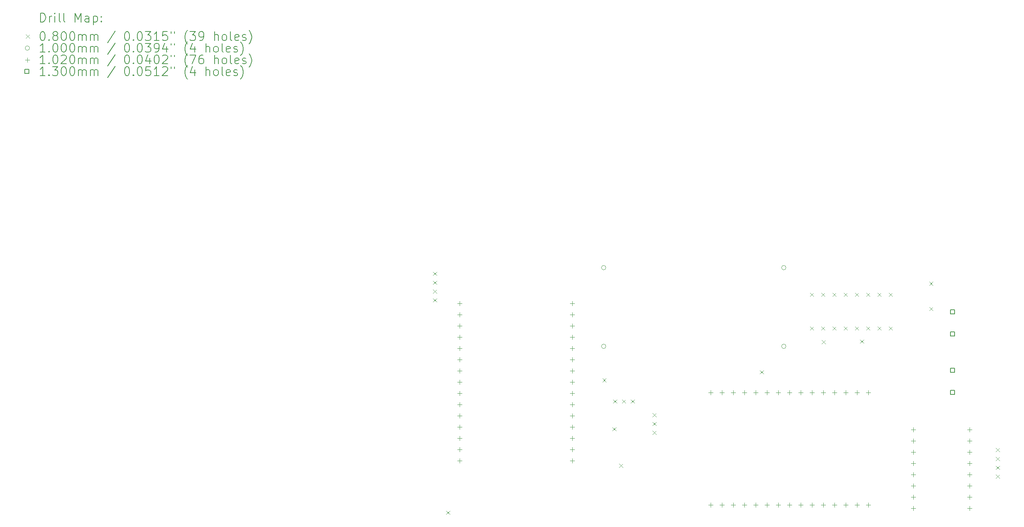
<source format=gbr>
%TF.GenerationSoftware,KiCad,Pcbnew,7.0.1*%
%TF.CreationDate,2023-05-04T11:19:08-05:00*%
%TF.ProjectId,V1,56312e6b-6963-4616-945f-706362585858,rev?*%
%TF.SameCoordinates,Original*%
%TF.FileFunction,Drillmap*%
%TF.FilePolarity,Positive*%
%FSLAX45Y45*%
G04 Gerber Fmt 4.5, Leading zero omitted, Abs format (unit mm)*
G04 Created by KiCad (PCBNEW 7.0.1) date 2023-05-04 11:19:08*
%MOMM*%
%LPD*%
G01*
G04 APERTURE LIST*
%ADD10C,0.200000*%
%ADD11C,0.080000*%
%ADD12C,0.100000*%
%ADD13C,0.102000*%
%ADD14C,0.130000*%
G04 APERTURE END LIST*
D10*
D11*
X9104000Y-5964000D02*
X9184000Y-6044000D01*
X9184000Y-5964000D02*
X9104000Y-6044000D01*
X9104000Y-6164000D02*
X9184000Y-6244000D01*
X9184000Y-6164000D02*
X9104000Y-6244000D01*
X9104000Y-6364000D02*
X9184000Y-6444000D01*
X9184000Y-6364000D02*
X9104000Y-6444000D01*
X9104000Y-6564000D02*
X9184000Y-6644000D01*
X9184000Y-6564000D02*
X9104000Y-6644000D01*
X9401180Y-11362060D02*
X9481180Y-11442060D01*
X9481180Y-11362060D02*
X9401180Y-11442060D01*
X12929240Y-8372480D02*
X13009240Y-8452480D01*
X13009240Y-8372480D02*
X12929240Y-8452480D01*
X13152760Y-9474840D02*
X13232760Y-9554840D01*
X13232760Y-9474840D02*
X13152760Y-9554840D01*
X13168000Y-8850000D02*
X13248000Y-8930000D01*
X13248000Y-8850000D02*
X13168000Y-8930000D01*
X13305160Y-10302880D02*
X13385160Y-10382880D01*
X13385160Y-10302880D02*
X13305160Y-10382880D01*
X13368000Y-8850000D02*
X13448000Y-8930000D01*
X13448000Y-8850000D02*
X13368000Y-8930000D01*
X13568000Y-8850000D02*
X13648000Y-8930000D01*
X13648000Y-8850000D02*
X13568000Y-8930000D01*
X14057000Y-9158000D02*
X14137000Y-9238000D01*
X14137000Y-9158000D02*
X14057000Y-9238000D01*
X14057000Y-9358000D02*
X14137000Y-9438000D01*
X14137000Y-9358000D02*
X14057000Y-9438000D01*
X14057000Y-9558000D02*
X14137000Y-9638000D01*
X14137000Y-9558000D02*
X14057000Y-9638000D01*
X16480160Y-8189600D02*
X16560160Y-8269600D01*
X16560160Y-8189600D02*
X16480160Y-8269600D01*
X17611500Y-6438000D02*
X17691500Y-6518000D01*
X17691500Y-6438000D02*
X17611500Y-6518000D01*
X17611500Y-7200000D02*
X17691500Y-7280000D01*
X17691500Y-7200000D02*
X17611500Y-7280000D01*
X17865500Y-6438000D02*
X17945500Y-6518000D01*
X17945500Y-6438000D02*
X17865500Y-6518000D01*
X17865500Y-7200000D02*
X17945500Y-7280000D01*
X17945500Y-7200000D02*
X17865500Y-7280000D01*
X17877160Y-7508880D02*
X17957160Y-7588880D01*
X17957160Y-7508880D02*
X17877160Y-7588880D01*
X18119500Y-6438000D02*
X18199500Y-6518000D01*
X18199500Y-6438000D02*
X18119500Y-6518000D01*
X18119500Y-7200000D02*
X18199500Y-7280000D01*
X18199500Y-7200000D02*
X18119500Y-7280000D01*
X18373500Y-6438000D02*
X18453500Y-6518000D01*
X18453500Y-6438000D02*
X18373500Y-6518000D01*
X18373500Y-7200000D02*
X18453500Y-7280000D01*
X18453500Y-7200000D02*
X18373500Y-7280000D01*
X18627500Y-6438000D02*
X18707500Y-6518000D01*
X18707500Y-6438000D02*
X18627500Y-6518000D01*
X18627500Y-7200000D02*
X18707500Y-7280000D01*
X18707500Y-7200000D02*
X18627500Y-7280000D01*
X18740760Y-7493640D02*
X18820760Y-7573640D01*
X18820760Y-7493640D02*
X18740760Y-7573640D01*
X18881500Y-6438000D02*
X18961500Y-6518000D01*
X18961500Y-6438000D02*
X18881500Y-6518000D01*
X18881500Y-7200000D02*
X18961500Y-7280000D01*
X18961500Y-7200000D02*
X18881500Y-7280000D01*
X19135500Y-6438000D02*
X19215500Y-6518000D01*
X19215500Y-6438000D02*
X19135500Y-6518000D01*
X19135500Y-7200000D02*
X19215500Y-7280000D01*
X19215500Y-7200000D02*
X19135500Y-7280000D01*
X19389500Y-6438000D02*
X19469500Y-6518000D01*
X19469500Y-6438000D02*
X19389500Y-6518000D01*
X19389500Y-7200000D02*
X19469500Y-7280000D01*
X19469500Y-7200000D02*
X19389500Y-7280000D01*
X20300320Y-6188080D02*
X20380320Y-6268080D01*
X20380320Y-6188080D02*
X20300320Y-6268080D01*
X20300320Y-6757040D02*
X20380320Y-6837040D01*
X20380320Y-6757040D02*
X20300320Y-6837040D01*
X21804000Y-9947000D02*
X21884000Y-10027000D01*
X21884000Y-9947000D02*
X21804000Y-10027000D01*
X21804000Y-10147000D02*
X21884000Y-10227000D01*
X21884000Y-10147000D02*
X21804000Y-10227000D01*
X21804000Y-10347000D02*
X21884000Y-10427000D01*
X21884000Y-10347000D02*
X21804000Y-10427000D01*
X21804000Y-10547000D02*
X21884000Y-10627000D01*
X21884000Y-10547000D02*
X21804000Y-10627000D01*
D12*
X13004000Y-5867400D02*
G75*
G03*
X13004000Y-5867400I-50000J0D01*
G01*
X13004000Y-7645400D02*
G75*
G03*
X13004000Y-7645400I-50000J0D01*
G01*
X17068000Y-5867400D02*
G75*
G03*
X17068000Y-5867400I-50000J0D01*
G01*
X17068000Y-7645400D02*
G75*
G03*
X17068000Y-7645400I-50000J0D01*
G01*
D13*
X9702800Y-6627100D02*
X9702800Y-6729100D01*
X9651800Y-6678100D02*
X9753800Y-6678100D01*
X9702800Y-6881100D02*
X9702800Y-6983100D01*
X9651800Y-6932100D02*
X9753800Y-6932100D01*
X9702800Y-7135100D02*
X9702800Y-7237100D01*
X9651800Y-7186100D02*
X9753800Y-7186100D01*
X9702800Y-7389100D02*
X9702800Y-7491100D01*
X9651800Y-7440100D02*
X9753800Y-7440100D01*
X9702800Y-7643100D02*
X9702800Y-7745100D01*
X9651800Y-7694100D02*
X9753800Y-7694100D01*
X9702800Y-7897100D02*
X9702800Y-7999100D01*
X9651800Y-7948100D02*
X9753800Y-7948100D01*
X9702800Y-8151100D02*
X9702800Y-8253100D01*
X9651800Y-8202100D02*
X9753800Y-8202100D01*
X9702800Y-8405100D02*
X9702800Y-8507100D01*
X9651800Y-8456100D02*
X9753800Y-8456100D01*
X9702800Y-8659100D02*
X9702800Y-8761100D01*
X9651800Y-8710100D02*
X9753800Y-8710100D01*
X9702800Y-8913100D02*
X9702800Y-9015100D01*
X9651800Y-8964100D02*
X9753800Y-8964100D01*
X9702800Y-9167100D02*
X9702800Y-9269100D01*
X9651800Y-9218100D02*
X9753800Y-9218100D01*
X9702800Y-9421100D02*
X9702800Y-9523100D01*
X9651800Y-9472100D02*
X9753800Y-9472100D01*
X9702800Y-9675100D02*
X9702800Y-9777100D01*
X9651800Y-9726100D02*
X9753800Y-9726100D01*
X9702800Y-9929100D02*
X9702800Y-10031100D01*
X9651800Y-9980100D02*
X9753800Y-9980100D01*
X9702800Y-10183100D02*
X9702800Y-10285100D01*
X9651800Y-10234100D02*
X9753800Y-10234100D01*
X12242800Y-6627100D02*
X12242800Y-6729100D01*
X12191800Y-6678100D02*
X12293800Y-6678100D01*
X12242800Y-6881100D02*
X12242800Y-6983100D01*
X12191800Y-6932100D02*
X12293800Y-6932100D01*
X12242800Y-7135100D02*
X12242800Y-7237100D01*
X12191800Y-7186100D02*
X12293800Y-7186100D01*
X12242800Y-7389100D02*
X12242800Y-7491100D01*
X12191800Y-7440100D02*
X12293800Y-7440100D01*
X12242800Y-7643100D02*
X12242800Y-7745100D01*
X12191800Y-7694100D02*
X12293800Y-7694100D01*
X12242800Y-7897100D02*
X12242800Y-7999100D01*
X12191800Y-7948100D02*
X12293800Y-7948100D01*
X12242800Y-8151100D02*
X12242800Y-8253100D01*
X12191800Y-8202100D02*
X12293800Y-8202100D01*
X12242800Y-8405100D02*
X12242800Y-8507100D01*
X12191800Y-8456100D02*
X12293800Y-8456100D01*
X12242800Y-8659100D02*
X12242800Y-8761100D01*
X12191800Y-8710100D02*
X12293800Y-8710100D01*
X12242800Y-8913100D02*
X12242800Y-9015100D01*
X12191800Y-8964100D02*
X12293800Y-8964100D01*
X12242800Y-9167100D02*
X12242800Y-9269100D01*
X12191800Y-9218100D02*
X12293800Y-9218100D01*
X12242800Y-9421100D02*
X12242800Y-9523100D01*
X12191800Y-9472100D02*
X12293800Y-9472100D01*
X12242800Y-9675100D02*
X12242800Y-9777100D01*
X12191800Y-9726100D02*
X12293800Y-9726100D01*
X12242800Y-9929100D02*
X12242800Y-10031100D01*
X12191800Y-9980100D02*
X12293800Y-9980100D01*
X12242800Y-10183100D02*
X12242800Y-10285100D01*
X12191800Y-10234100D02*
X12293800Y-10234100D01*
X15364500Y-8641000D02*
X15364500Y-8743000D01*
X15313500Y-8692000D02*
X15415500Y-8692000D01*
X15364500Y-11181000D02*
X15364500Y-11283000D01*
X15313500Y-11232000D02*
X15415500Y-11232000D01*
X15618500Y-8641000D02*
X15618500Y-8743000D01*
X15567500Y-8692000D02*
X15669500Y-8692000D01*
X15618500Y-11181000D02*
X15618500Y-11283000D01*
X15567500Y-11232000D02*
X15669500Y-11232000D01*
X15872500Y-8641000D02*
X15872500Y-8743000D01*
X15821500Y-8692000D02*
X15923500Y-8692000D01*
X15872500Y-11181000D02*
X15872500Y-11283000D01*
X15821500Y-11232000D02*
X15923500Y-11232000D01*
X16126500Y-8641000D02*
X16126500Y-8743000D01*
X16075500Y-8692000D02*
X16177500Y-8692000D01*
X16126500Y-11181000D02*
X16126500Y-11283000D01*
X16075500Y-11232000D02*
X16177500Y-11232000D01*
X16380500Y-8641000D02*
X16380500Y-8743000D01*
X16329500Y-8692000D02*
X16431500Y-8692000D01*
X16380500Y-11181000D02*
X16380500Y-11283000D01*
X16329500Y-11232000D02*
X16431500Y-11232000D01*
X16634500Y-8641000D02*
X16634500Y-8743000D01*
X16583500Y-8692000D02*
X16685500Y-8692000D01*
X16634500Y-11181000D02*
X16634500Y-11283000D01*
X16583500Y-11232000D02*
X16685500Y-11232000D01*
X16888500Y-8641000D02*
X16888500Y-8743000D01*
X16837500Y-8692000D02*
X16939500Y-8692000D01*
X16888500Y-11181000D02*
X16888500Y-11283000D01*
X16837500Y-11232000D02*
X16939500Y-11232000D01*
X17142500Y-8641000D02*
X17142500Y-8743000D01*
X17091500Y-8692000D02*
X17193500Y-8692000D01*
X17142500Y-11181000D02*
X17142500Y-11283000D01*
X17091500Y-11232000D02*
X17193500Y-11232000D01*
X17396500Y-8641000D02*
X17396500Y-8743000D01*
X17345500Y-8692000D02*
X17447500Y-8692000D01*
X17396500Y-11181000D02*
X17396500Y-11283000D01*
X17345500Y-11232000D02*
X17447500Y-11232000D01*
X17650500Y-8641000D02*
X17650500Y-8743000D01*
X17599500Y-8692000D02*
X17701500Y-8692000D01*
X17650500Y-11181000D02*
X17650500Y-11283000D01*
X17599500Y-11232000D02*
X17701500Y-11232000D01*
X17904500Y-8641000D02*
X17904500Y-8743000D01*
X17853500Y-8692000D02*
X17955500Y-8692000D01*
X17904500Y-11181000D02*
X17904500Y-11283000D01*
X17853500Y-11232000D02*
X17955500Y-11232000D01*
X18158500Y-8641000D02*
X18158500Y-8743000D01*
X18107500Y-8692000D02*
X18209500Y-8692000D01*
X18158500Y-11181000D02*
X18158500Y-11283000D01*
X18107500Y-11232000D02*
X18209500Y-11232000D01*
X18412500Y-8641000D02*
X18412500Y-8743000D01*
X18361500Y-8692000D02*
X18463500Y-8692000D01*
X18412500Y-11181000D02*
X18412500Y-11283000D01*
X18361500Y-11232000D02*
X18463500Y-11232000D01*
X18666500Y-8641000D02*
X18666500Y-8743000D01*
X18615500Y-8692000D02*
X18717500Y-8692000D01*
X18666500Y-11181000D02*
X18666500Y-11283000D01*
X18615500Y-11232000D02*
X18717500Y-11232000D01*
X18920500Y-8641000D02*
X18920500Y-8743000D01*
X18869500Y-8692000D02*
X18971500Y-8692000D01*
X18920500Y-11181000D02*
X18920500Y-11283000D01*
X18869500Y-11232000D02*
X18971500Y-11232000D01*
X19939000Y-9474000D02*
X19939000Y-9576000D01*
X19888000Y-9525000D02*
X19990000Y-9525000D01*
X19939000Y-9728000D02*
X19939000Y-9830000D01*
X19888000Y-9779000D02*
X19990000Y-9779000D01*
X19939000Y-9982000D02*
X19939000Y-10084000D01*
X19888000Y-10033000D02*
X19990000Y-10033000D01*
X19939000Y-10236000D02*
X19939000Y-10338000D01*
X19888000Y-10287000D02*
X19990000Y-10287000D01*
X19939000Y-10490000D02*
X19939000Y-10592000D01*
X19888000Y-10541000D02*
X19990000Y-10541000D01*
X19939000Y-10744000D02*
X19939000Y-10846000D01*
X19888000Y-10795000D02*
X19990000Y-10795000D01*
X19939000Y-10998000D02*
X19939000Y-11100000D01*
X19888000Y-11049000D02*
X19990000Y-11049000D01*
X19939000Y-11252000D02*
X19939000Y-11354000D01*
X19888000Y-11303000D02*
X19990000Y-11303000D01*
X21209000Y-9474000D02*
X21209000Y-9576000D01*
X21158000Y-9525000D02*
X21260000Y-9525000D01*
X21209000Y-9728000D02*
X21209000Y-9830000D01*
X21158000Y-9779000D02*
X21260000Y-9779000D01*
X21209000Y-9982000D02*
X21209000Y-10084000D01*
X21158000Y-10033000D02*
X21260000Y-10033000D01*
X21209000Y-10236000D02*
X21209000Y-10338000D01*
X21158000Y-10287000D02*
X21260000Y-10287000D01*
X21209000Y-10490000D02*
X21209000Y-10592000D01*
X21158000Y-10541000D02*
X21260000Y-10541000D01*
X21209000Y-10744000D02*
X21209000Y-10846000D01*
X21158000Y-10795000D02*
X21260000Y-10795000D01*
X21209000Y-10998000D02*
X21209000Y-11100000D01*
X21158000Y-11049000D02*
X21260000Y-11049000D01*
X21209000Y-11252000D02*
X21209000Y-11354000D01*
X21158000Y-11303000D02*
X21260000Y-11303000D01*
D14*
X20873962Y-6911962D02*
X20873962Y-6820038D01*
X20782038Y-6820038D01*
X20782038Y-6911962D01*
X20873962Y-6911962D01*
X20873962Y-7411962D02*
X20873962Y-7320038D01*
X20782038Y-7320038D01*
X20782038Y-7411962D01*
X20873962Y-7411962D01*
X20873962Y-8228762D02*
X20873962Y-8136838D01*
X20782038Y-8136838D01*
X20782038Y-8228762D01*
X20873962Y-8228762D01*
X20873962Y-8728762D02*
X20873962Y-8636838D01*
X20782038Y-8636838D01*
X20782038Y-8728762D01*
X20873962Y-8728762D01*
D10*
X247619Y-312524D02*
X247619Y-112524D01*
X247619Y-112524D02*
X295238Y-112524D01*
X295238Y-112524D02*
X323810Y-122048D01*
X323810Y-122048D02*
X342857Y-141095D01*
X342857Y-141095D02*
X352381Y-160143D01*
X352381Y-160143D02*
X361905Y-198238D01*
X361905Y-198238D02*
X361905Y-226809D01*
X361905Y-226809D02*
X352381Y-264905D01*
X352381Y-264905D02*
X342857Y-283952D01*
X342857Y-283952D02*
X323810Y-303000D01*
X323810Y-303000D02*
X295238Y-312524D01*
X295238Y-312524D02*
X247619Y-312524D01*
X447619Y-312524D02*
X447619Y-179190D01*
X447619Y-217286D02*
X457143Y-198238D01*
X457143Y-198238D02*
X466667Y-188714D01*
X466667Y-188714D02*
X485714Y-179190D01*
X485714Y-179190D02*
X504762Y-179190D01*
X571429Y-312524D02*
X571429Y-179190D01*
X571429Y-112524D02*
X561905Y-122048D01*
X561905Y-122048D02*
X571429Y-131571D01*
X571429Y-131571D02*
X580952Y-122048D01*
X580952Y-122048D02*
X571429Y-112524D01*
X571429Y-112524D02*
X571429Y-131571D01*
X695238Y-312524D02*
X676190Y-303000D01*
X676190Y-303000D02*
X666667Y-283952D01*
X666667Y-283952D02*
X666667Y-112524D01*
X800000Y-312524D02*
X780952Y-303000D01*
X780952Y-303000D02*
X771428Y-283952D01*
X771428Y-283952D02*
X771428Y-112524D01*
X1028571Y-312524D02*
X1028571Y-112524D01*
X1028571Y-112524D02*
X1095238Y-255381D01*
X1095238Y-255381D02*
X1161905Y-112524D01*
X1161905Y-112524D02*
X1161905Y-312524D01*
X1342857Y-312524D02*
X1342857Y-207762D01*
X1342857Y-207762D02*
X1333333Y-188714D01*
X1333333Y-188714D02*
X1314286Y-179190D01*
X1314286Y-179190D02*
X1276190Y-179190D01*
X1276190Y-179190D02*
X1257143Y-188714D01*
X1342857Y-303000D02*
X1323810Y-312524D01*
X1323810Y-312524D02*
X1276190Y-312524D01*
X1276190Y-312524D02*
X1257143Y-303000D01*
X1257143Y-303000D02*
X1247619Y-283952D01*
X1247619Y-283952D02*
X1247619Y-264905D01*
X1247619Y-264905D02*
X1257143Y-245857D01*
X1257143Y-245857D02*
X1276190Y-236333D01*
X1276190Y-236333D02*
X1323810Y-236333D01*
X1323810Y-236333D02*
X1342857Y-226809D01*
X1438095Y-179190D02*
X1438095Y-379190D01*
X1438095Y-188714D02*
X1457143Y-179190D01*
X1457143Y-179190D02*
X1495238Y-179190D01*
X1495238Y-179190D02*
X1514286Y-188714D01*
X1514286Y-188714D02*
X1523809Y-198238D01*
X1523809Y-198238D02*
X1533333Y-217286D01*
X1533333Y-217286D02*
X1533333Y-274429D01*
X1533333Y-274429D02*
X1523809Y-293476D01*
X1523809Y-293476D02*
X1514286Y-303000D01*
X1514286Y-303000D02*
X1495238Y-312524D01*
X1495238Y-312524D02*
X1457143Y-312524D01*
X1457143Y-312524D02*
X1438095Y-303000D01*
X1619048Y-293476D02*
X1628571Y-303000D01*
X1628571Y-303000D02*
X1619048Y-312524D01*
X1619048Y-312524D02*
X1609524Y-303000D01*
X1609524Y-303000D02*
X1619048Y-293476D01*
X1619048Y-293476D02*
X1619048Y-312524D01*
X1619048Y-188714D02*
X1628571Y-198238D01*
X1628571Y-198238D02*
X1619048Y-207762D01*
X1619048Y-207762D02*
X1609524Y-198238D01*
X1609524Y-198238D02*
X1619048Y-188714D01*
X1619048Y-188714D02*
X1619048Y-207762D01*
D11*
X-80000Y-600000D02*
X0Y-680000D01*
X0Y-600000D02*
X-80000Y-680000D01*
D10*
X285714Y-532524D02*
X304762Y-532524D01*
X304762Y-532524D02*
X323810Y-542048D01*
X323810Y-542048D02*
X333333Y-551571D01*
X333333Y-551571D02*
X342857Y-570619D01*
X342857Y-570619D02*
X352381Y-608714D01*
X352381Y-608714D02*
X352381Y-656333D01*
X352381Y-656333D02*
X342857Y-694429D01*
X342857Y-694429D02*
X333333Y-713476D01*
X333333Y-713476D02*
X323810Y-723000D01*
X323810Y-723000D02*
X304762Y-732524D01*
X304762Y-732524D02*
X285714Y-732524D01*
X285714Y-732524D02*
X266667Y-723000D01*
X266667Y-723000D02*
X257143Y-713476D01*
X257143Y-713476D02*
X247619Y-694429D01*
X247619Y-694429D02*
X238095Y-656333D01*
X238095Y-656333D02*
X238095Y-608714D01*
X238095Y-608714D02*
X247619Y-570619D01*
X247619Y-570619D02*
X257143Y-551571D01*
X257143Y-551571D02*
X266667Y-542048D01*
X266667Y-542048D02*
X285714Y-532524D01*
X438095Y-713476D02*
X447619Y-723000D01*
X447619Y-723000D02*
X438095Y-732524D01*
X438095Y-732524D02*
X428571Y-723000D01*
X428571Y-723000D02*
X438095Y-713476D01*
X438095Y-713476D02*
X438095Y-732524D01*
X561905Y-618238D02*
X542857Y-608714D01*
X542857Y-608714D02*
X533333Y-599190D01*
X533333Y-599190D02*
X523809Y-580143D01*
X523809Y-580143D02*
X523809Y-570619D01*
X523809Y-570619D02*
X533333Y-551571D01*
X533333Y-551571D02*
X542857Y-542048D01*
X542857Y-542048D02*
X561905Y-532524D01*
X561905Y-532524D02*
X600000Y-532524D01*
X600000Y-532524D02*
X619048Y-542048D01*
X619048Y-542048D02*
X628571Y-551571D01*
X628571Y-551571D02*
X638095Y-570619D01*
X638095Y-570619D02*
X638095Y-580143D01*
X638095Y-580143D02*
X628571Y-599190D01*
X628571Y-599190D02*
X619048Y-608714D01*
X619048Y-608714D02*
X600000Y-618238D01*
X600000Y-618238D02*
X561905Y-618238D01*
X561905Y-618238D02*
X542857Y-627762D01*
X542857Y-627762D02*
X533333Y-637286D01*
X533333Y-637286D02*
X523809Y-656333D01*
X523809Y-656333D02*
X523809Y-694429D01*
X523809Y-694429D02*
X533333Y-713476D01*
X533333Y-713476D02*
X542857Y-723000D01*
X542857Y-723000D02*
X561905Y-732524D01*
X561905Y-732524D02*
X600000Y-732524D01*
X600000Y-732524D02*
X619048Y-723000D01*
X619048Y-723000D02*
X628571Y-713476D01*
X628571Y-713476D02*
X638095Y-694429D01*
X638095Y-694429D02*
X638095Y-656333D01*
X638095Y-656333D02*
X628571Y-637286D01*
X628571Y-637286D02*
X619048Y-627762D01*
X619048Y-627762D02*
X600000Y-618238D01*
X761905Y-532524D02*
X780952Y-532524D01*
X780952Y-532524D02*
X800000Y-542048D01*
X800000Y-542048D02*
X809524Y-551571D01*
X809524Y-551571D02*
X819048Y-570619D01*
X819048Y-570619D02*
X828571Y-608714D01*
X828571Y-608714D02*
X828571Y-656333D01*
X828571Y-656333D02*
X819048Y-694429D01*
X819048Y-694429D02*
X809524Y-713476D01*
X809524Y-713476D02*
X800000Y-723000D01*
X800000Y-723000D02*
X780952Y-732524D01*
X780952Y-732524D02*
X761905Y-732524D01*
X761905Y-732524D02*
X742857Y-723000D01*
X742857Y-723000D02*
X733333Y-713476D01*
X733333Y-713476D02*
X723809Y-694429D01*
X723809Y-694429D02*
X714286Y-656333D01*
X714286Y-656333D02*
X714286Y-608714D01*
X714286Y-608714D02*
X723809Y-570619D01*
X723809Y-570619D02*
X733333Y-551571D01*
X733333Y-551571D02*
X742857Y-542048D01*
X742857Y-542048D02*
X761905Y-532524D01*
X952381Y-532524D02*
X971429Y-532524D01*
X971429Y-532524D02*
X990476Y-542048D01*
X990476Y-542048D02*
X1000000Y-551571D01*
X1000000Y-551571D02*
X1009524Y-570619D01*
X1009524Y-570619D02*
X1019048Y-608714D01*
X1019048Y-608714D02*
X1019048Y-656333D01*
X1019048Y-656333D02*
X1009524Y-694429D01*
X1009524Y-694429D02*
X1000000Y-713476D01*
X1000000Y-713476D02*
X990476Y-723000D01*
X990476Y-723000D02*
X971429Y-732524D01*
X971429Y-732524D02*
X952381Y-732524D01*
X952381Y-732524D02*
X933333Y-723000D01*
X933333Y-723000D02*
X923809Y-713476D01*
X923809Y-713476D02*
X914286Y-694429D01*
X914286Y-694429D02*
X904762Y-656333D01*
X904762Y-656333D02*
X904762Y-608714D01*
X904762Y-608714D02*
X914286Y-570619D01*
X914286Y-570619D02*
X923809Y-551571D01*
X923809Y-551571D02*
X933333Y-542048D01*
X933333Y-542048D02*
X952381Y-532524D01*
X1104762Y-732524D02*
X1104762Y-599190D01*
X1104762Y-618238D02*
X1114286Y-608714D01*
X1114286Y-608714D02*
X1133333Y-599190D01*
X1133333Y-599190D02*
X1161905Y-599190D01*
X1161905Y-599190D02*
X1180952Y-608714D01*
X1180952Y-608714D02*
X1190476Y-627762D01*
X1190476Y-627762D02*
X1190476Y-732524D01*
X1190476Y-627762D02*
X1200000Y-608714D01*
X1200000Y-608714D02*
X1219048Y-599190D01*
X1219048Y-599190D02*
X1247619Y-599190D01*
X1247619Y-599190D02*
X1266667Y-608714D01*
X1266667Y-608714D02*
X1276191Y-627762D01*
X1276191Y-627762D02*
X1276191Y-732524D01*
X1371429Y-732524D02*
X1371429Y-599190D01*
X1371429Y-618238D02*
X1380952Y-608714D01*
X1380952Y-608714D02*
X1400000Y-599190D01*
X1400000Y-599190D02*
X1428571Y-599190D01*
X1428571Y-599190D02*
X1447619Y-608714D01*
X1447619Y-608714D02*
X1457143Y-627762D01*
X1457143Y-627762D02*
X1457143Y-732524D01*
X1457143Y-627762D02*
X1466667Y-608714D01*
X1466667Y-608714D02*
X1485714Y-599190D01*
X1485714Y-599190D02*
X1514286Y-599190D01*
X1514286Y-599190D02*
X1533333Y-608714D01*
X1533333Y-608714D02*
X1542857Y-627762D01*
X1542857Y-627762D02*
X1542857Y-732524D01*
X1933333Y-523000D02*
X1761905Y-780143D01*
X2190476Y-532524D02*
X2209524Y-532524D01*
X2209524Y-532524D02*
X2228572Y-542048D01*
X2228572Y-542048D02*
X2238095Y-551571D01*
X2238095Y-551571D02*
X2247619Y-570619D01*
X2247619Y-570619D02*
X2257143Y-608714D01*
X2257143Y-608714D02*
X2257143Y-656333D01*
X2257143Y-656333D02*
X2247619Y-694429D01*
X2247619Y-694429D02*
X2238095Y-713476D01*
X2238095Y-713476D02*
X2228572Y-723000D01*
X2228572Y-723000D02*
X2209524Y-732524D01*
X2209524Y-732524D02*
X2190476Y-732524D01*
X2190476Y-732524D02*
X2171429Y-723000D01*
X2171429Y-723000D02*
X2161905Y-713476D01*
X2161905Y-713476D02*
X2152381Y-694429D01*
X2152381Y-694429D02*
X2142857Y-656333D01*
X2142857Y-656333D02*
X2142857Y-608714D01*
X2142857Y-608714D02*
X2152381Y-570619D01*
X2152381Y-570619D02*
X2161905Y-551571D01*
X2161905Y-551571D02*
X2171429Y-542048D01*
X2171429Y-542048D02*
X2190476Y-532524D01*
X2342857Y-713476D02*
X2352381Y-723000D01*
X2352381Y-723000D02*
X2342857Y-732524D01*
X2342857Y-732524D02*
X2333334Y-723000D01*
X2333334Y-723000D02*
X2342857Y-713476D01*
X2342857Y-713476D02*
X2342857Y-732524D01*
X2476191Y-532524D02*
X2495238Y-532524D01*
X2495238Y-532524D02*
X2514286Y-542048D01*
X2514286Y-542048D02*
X2523810Y-551571D01*
X2523810Y-551571D02*
X2533334Y-570619D01*
X2533334Y-570619D02*
X2542857Y-608714D01*
X2542857Y-608714D02*
X2542857Y-656333D01*
X2542857Y-656333D02*
X2533334Y-694429D01*
X2533334Y-694429D02*
X2523810Y-713476D01*
X2523810Y-713476D02*
X2514286Y-723000D01*
X2514286Y-723000D02*
X2495238Y-732524D01*
X2495238Y-732524D02*
X2476191Y-732524D01*
X2476191Y-732524D02*
X2457143Y-723000D01*
X2457143Y-723000D02*
X2447619Y-713476D01*
X2447619Y-713476D02*
X2438095Y-694429D01*
X2438095Y-694429D02*
X2428572Y-656333D01*
X2428572Y-656333D02*
X2428572Y-608714D01*
X2428572Y-608714D02*
X2438095Y-570619D01*
X2438095Y-570619D02*
X2447619Y-551571D01*
X2447619Y-551571D02*
X2457143Y-542048D01*
X2457143Y-542048D02*
X2476191Y-532524D01*
X2609524Y-532524D02*
X2733334Y-532524D01*
X2733334Y-532524D02*
X2666667Y-608714D01*
X2666667Y-608714D02*
X2695238Y-608714D01*
X2695238Y-608714D02*
X2714286Y-618238D01*
X2714286Y-618238D02*
X2723810Y-627762D01*
X2723810Y-627762D02*
X2733334Y-646810D01*
X2733334Y-646810D02*
X2733334Y-694429D01*
X2733334Y-694429D02*
X2723810Y-713476D01*
X2723810Y-713476D02*
X2714286Y-723000D01*
X2714286Y-723000D02*
X2695238Y-732524D01*
X2695238Y-732524D02*
X2638095Y-732524D01*
X2638095Y-732524D02*
X2619048Y-723000D01*
X2619048Y-723000D02*
X2609524Y-713476D01*
X2923810Y-732524D02*
X2809524Y-732524D01*
X2866667Y-732524D02*
X2866667Y-532524D01*
X2866667Y-532524D02*
X2847619Y-561095D01*
X2847619Y-561095D02*
X2828572Y-580143D01*
X2828572Y-580143D02*
X2809524Y-589667D01*
X3104762Y-532524D02*
X3009524Y-532524D01*
X3009524Y-532524D02*
X3000000Y-627762D01*
X3000000Y-627762D02*
X3009524Y-618238D01*
X3009524Y-618238D02*
X3028572Y-608714D01*
X3028572Y-608714D02*
X3076191Y-608714D01*
X3076191Y-608714D02*
X3095238Y-618238D01*
X3095238Y-618238D02*
X3104762Y-627762D01*
X3104762Y-627762D02*
X3114286Y-646810D01*
X3114286Y-646810D02*
X3114286Y-694429D01*
X3114286Y-694429D02*
X3104762Y-713476D01*
X3104762Y-713476D02*
X3095238Y-723000D01*
X3095238Y-723000D02*
X3076191Y-732524D01*
X3076191Y-732524D02*
X3028572Y-732524D01*
X3028572Y-732524D02*
X3009524Y-723000D01*
X3009524Y-723000D02*
X3000000Y-713476D01*
X3190476Y-532524D02*
X3190476Y-570619D01*
X3266667Y-532524D02*
X3266667Y-570619D01*
X3561905Y-808714D02*
X3552381Y-799190D01*
X3552381Y-799190D02*
X3533334Y-770619D01*
X3533334Y-770619D02*
X3523810Y-751571D01*
X3523810Y-751571D02*
X3514286Y-723000D01*
X3514286Y-723000D02*
X3504762Y-675381D01*
X3504762Y-675381D02*
X3504762Y-637286D01*
X3504762Y-637286D02*
X3514286Y-589667D01*
X3514286Y-589667D02*
X3523810Y-561095D01*
X3523810Y-561095D02*
X3533334Y-542048D01*
X3533334Y-542048D02*
X3552381Y-513476D01*
X3552381Y-513476D02*
X3561905Y-503952D01*
X3619048Y-532524D02*
X3742857Y-532524D01*
X3742857Y-532524D02*
X3676191Y-608714D01*
X3676191Y-608714D02*
X3704762Y-608714D01*
X3704762Y-608714D02*
X3723810Y-618238D01*
X3723810Y-618238D02*
X3733334Y-627762D01*
X3733334Y-627762D02*
X3742857Y-646810D01*
X3742857Y-646810D02*
X3742857Y-694429D01*
X3742857Y-694429D02*
X3733334Y-713476D01*
X3733334Y-713476D02*
X3723810Y-723000D01*
X3723810Y-723000D02*
X3704762Y-732524D01*
X3704762Y-732524D02*
X3647619Y-732524D01*
X3647619Y-732524D02*
X3628572Y-723000D01*
X3628572Y-723000D02*
X3619048Y-713476D01*
X3838095Y-732524D02*
X3876191Y-732524D01*
X3876191Y-732524D02*
X3895238Y-723000D01*
X3895238Y-723000D02*
X3904762Y-713476D01*
X3904762Y-713476D02*
X3923810Y-684905D01*
X3923810Y-684905D02*
X3933334Y-646810D01*
X3933334Y-646810D02*
X3933334Y-570619D01*
X3933334Y-570619D02*
X3923810Y-551571D01*
X3923810Y-551571D02*
X3914286Y-542048D01*
X3914286Y-542048D02*
X3895238Y-532524D01*
X3895238Y-532524D02*
X3857143Y-532524D01*
X3857143Y-532524D02*
X3838095Y-542048D01*
X3838095Y-542048D02*
X3828572Y-551571D01*
X3828572Y-551571D02*
X3819048Y-570619D01*
X3819048Y-570619D02*
X3819048Y-618238D01*
X3819048Y-618238D02*
X3828572Y-637286D01*
X3828572Y-637286D02*
X3838095Y-646810D01*
X3838095Y-646810D02*
X3857143Y-656333D01*
X3857143Y-656333D02*
X3895238Y-656333D01*
X3895238Y-656333D02*
X3914286Y-646810D01*
X3914286Y-646810D02*
X3923810Y-637286D01*
X3923810Y-637286D02*
X3933334Y-618238D01*
X4171429Y-732524D02*
X4171429Y-532524D01*
X4257143Y-732524D02*
X4257143Y-627762D01*
X4257143Y-627762D02*
X4247619Y-608714D01*
X4247619Y-608714D02*
X4228572Y-599190D01*
X4228572Y-599190D02*
X4200000Y-599190D01*
X4200000Y-599190D02*
X4180953Y-608714D01*
X4180953Y-608714D02*
X4171429Y-618238D01*
X4380953Y-732524D02*
X4361905Y-723000D01*
X4361905Y-723000D02*
X4352381Y-713476D01*
X4352381Y-713476D02*
X4342858Y-694429D01*
X4342858Y-694429D02*
X4342858Y-637286D01*
X4342858Y-637286D02*
X4352381Y-618238D01*
X4352381Y-618238D02*
X4361905Y-608714D01*
X4361905Y-608714D02*
X4380953Y-599190D01*
X4380953Y-599190D02*
X4409524Y-599190D01*
X4409524Y-599190D02*
X4428572Y-608714D01*
X4428572Y-608714D02*
X4438096Y-618238D01*
X4438096Y-618238D02*
X4447619Y-637286D01*
X4447619Y-637286D02*
X4447619Y-694429D01*
X4447619Y-694429D02*
X4438096Y-713476D01*
X4438096Y-713476D02*
X4428572Y-723000D01*
X4428572Y-723000D02*
X4409524Y-732524D01*
X4409524Y-732524D02*
X4380953Y-732524D01*
X4561905Y-732524D02*
X4542858Y-723000D01*
X4542858Y-723000D02*
X4533334Y-703952D01*
X4533334Y-703952D02*
X4533334Y-532524D01*
X4714286Y-723000D02*
X4695239Y-732524D01*
X4695239Y-732524D02*
X4657143Y-732524D01*
X4657143Y-732524D02*
X4638096Y-723000D01*
X4638096Y-723000D02*
X4628572Y-703952D01*
X4628572Y-703952D02*
X4628572Y-627762D01*
X4628572Y-627762D02*
X4638096Y-608714D01*
X4638096Y-608714D02*
X4657143Y-599190D01*
X4657143Y-599190D02*
X4695239Y-599190D01*
X4695239Y-599190D02*
X4714286Y-608714D01*
X4714286Y-608714D02*
X4723810Y-627762D01*
X4723810Y-627762D02*
X4723810Y-646810D01*
X4723810Y-646810D02*
X4628572Y-665857D01*
X4800000Y-723000D02*
X4819048Y-732524D01*
X4819048Y-732524D02*
X4857143Y-732524D01*
X4857143Y-732524D02*
X4876191Y-723000D01*
X4876191Y-723000D02*
X4885715Y-703952D01*
X4885715Y-703952D02*
X4885715Y-694429D01*
X4885715Y-694429D02*
X4876191Y-675381D01*
X4876191Y-675381D02*
X4857143Y-665857D01*
X4857143Y-665857D02*
X4828572Y-665857D01*
X4828572Y-665857D02*
X4809524Y-656333D01*
X4809524Y-656333D02*
X4800000Y-637286D01*
X4800000Y-637286D02*
X4800000Y-627762D01*
X4800000Y-627762D02*
X4809524Y-608714D01*
X4809524Y-608714D02*
X4828572Y-599190D01*
X4828572Y-599190D02*
X4857143Y-599190D01*
X4857143Y-599190D02*
X4876191Y-608714D01*
X4952381Y-808714D02*
X4961905Y-799190D01*
X4961905Y-799190D02*
X4980953Y-770619D01*
X4980953Y-770619D02*
X4990477Y-751571D01*
X4990477Y-751571D02*
X5000000Y-723000D01*
X5000000Y-723000D02*
X5009524Y-675381D01*
X5009524Y-675381D02*
X5009524Y-637286D01*
X5009524Y-637286D02*
X5000000Y-589667D01*
X5000000Y-589667D02*
X4990477Y-561095D01*
X4990477Y-561095D02*
X4980953Y-542048D01*
X4980953Y-542048D02*
X4961905Y-513476D01*
X4961905Y-513476D02*
X4952381Y-503952D01*
D12*
X0Y-904000D02*
G75*
G03*
X0Y-904000I-50000J0D01*
G01*
D10*
X352381Y-996524D02*
X238095Y-996524D01*
X295238Y-996524D02*
X295238Y-796524D01*
X295238Y-796524D02*
X276190Y-825095D01*
X276190Y-825095D02*
X257143Y-844143D01*
X257143Y-844143D02*
X238095Y-853667D01*
X438095Y-977476D02*
X447619Y-987000D01*
X447619Y-987000D02*
X438095Y-996524D01*
X438095Y-996524D02*
X428571Y-987000D01*
X428571Y-987000D02*
X438095Y-977476D01*
X438095Y-977476D02*
X438095Y-996524D01*
X571429Y-796524D02*
X590476Y-796524D01*
X590476Y-796524D02*
X609524Y-806048D01*
X609524Y-806048D02*
X619048Y-815571D01*
X619048Y-815571D02*
X628571Y-834619D01*
X628571Y-834619D02*
X638095Y-872714D01*
X638095Y-872714D02*
X638095Y-920333D01*
X638095Y-920333D02*
X628571Y-958428D01*
X628571Y-958428D02*
X619048Y-977476D01*
X619048Y-977476D02*
X609524Y-987000D01*
X609524Y-987000D02*
X590476Y-996524D01*
X590476Y-996524D02*
X571429Y-996524D01*
X571429Y-996524D02*
X552381Y-987000D01*
X552381Y-987000D02*
X542857Y-977476D01*
X542857Y-977476D02*
X533333Y-958428D01*
X533333Y-958428D02*
X523809Y-920333D01*
X523809Y-920333D02*
X523809Y-872714D01*
X523809Y-872714D02*
X533333Y-834619D01*
X533333Y-834619D02*
X542857Y-815571D01*
X542857Y-815571D02*
X552381Y-806048D01*
X552381Y-806048D02*
X571429Y-796524D01*
X761905Y-796524D02*
X780952Y-796524D01*
X780952Y-796524D02*
X800000Y-806048D01*
X800000Y-806048D02*
X809524Y-815571D01*
X809524Y-815571D02*
X819048Y-834619D01*
X819048Y-834619D02*
X828571Y-872714D01*
X828571Y-872714D02*
X828571Y-920333D01*
X828571Y-920333D02*
X819048Y-958428D01*
X819048Y-958428D02*
X809524Y-977476D01*
X809524Y-977476D02*
X800000Y-987000D01*
X800000Y-987000D02*
X780952Y-996524D01*
X780952Y-996524D02*
X761905Y-996524D01*
X761905Y-996524D02*
X742857Y-987000D01*
X742857Y-987000D02*
X733333Y-977476D01*
X733333Y-977476D02*
X723809Y-958428D01*
X723809Y-958428D02*
X714286Y-920333D01*
X714286Y-920333D02*
X714286Y-872714D01*
X714286Y-872714D02*
X723809Y-834619D01*
X723809Y-834619D02*
X733333Y-815571D01*
X733333Y-815571D02*
X742857Y-806048D01*
X742857Y-806048D02*
X761905Y-796524D01*
X952381Y-796524D02*
X971429Y-796524D01*
X971429Y-796524D02*
X990476Y-806048D01*
X990476Y-806048D02*
X1000000Y-815571D01*
X1000000Y-815571D02*
X1009524Y-834619D01*
X1009524Y-834619D02*
X1019048Y-872714D01*
X1019048Y-872714D02*
X1019048Y-920333D01*
X1019048Y-920333D02*
X1009524Y-958428D01*
X1009524Y-958428D02*
X1000000Y-977476D01*
X1000000Y-977476D02*
X990476Y-987000D01*
X990476Y-987000D02*
X971429Y-996524D01*
X971429Y-996524D02*
X952381Y-996524D01*
X952381Y-996524D02*
X933333Y-987000D01*
X933333Y-987000D02*
X923809Y-977476D01*
X923809Y-977476D02*
X914286Y-958428D01*
X914286Y-958428D02*
X904762Y-920333D01*
X904762Y-920333D02*
X904762Y-872714D01*
X904762Y-872714D02*
X914286Y-834619D01*
X914286Y-834619D02*
X923809Y-815571D01*
X923809Y-815571D02*
X933333Y-806048D01*
X933333Y-806048D02*
X952381Y-796524D01*
X1104762Y-996524D02*
X1104762Y-863190D01*
X1104762Y-882238D02*
X1114286Y-872714D01*
X1114286Y-872714D02*
X1133333Y-863190D01*
X1133333Y-863190D02*
X1161905Y-863190D01*
X1161905Y-863190D02*
X1180952Y-872714D01*
X1180952Y-872714D02*
X1190476Y-891762D01*
X1190476Y-891762D02*
X1190476Y-996524D01*
X1190476Y-891762D02*
X1200000Y-872714D01*
X1200000Y-872714D02*
X1219048Y-863190D01*
X1219048Y-863190D02*
X1247619Y-863190D01*
X1247619Y-863190D02*
X1266667Y-872714D01*
X1266667Y-872714D02*
X1276191Y-891762D01*
X1276191Y-891762D02*
X1276191Y-996524D01*
X1371429Y-996524D02*
X1371429Y-863190D01*
X1371429Y-882238D02*
X1380952Y-872714D01*
X1380952Y-872714D02*
X1400000Y-863190D01*
X1400000Y-863190D02*
X1428571Y-863190D01*
X1428571Y-863190D02*
X1447619Y-872714D01*
X1447619Y-872714D02*
X1457143Y-891762D01*
X1457143Y-891762D02*
X1457143Y-996524D01*
X1457143Y-891762D02*
X1466667Y-872714D01*
X1466667Y-872714D02*
X1485714Y-863190D01*
X1485714Y-863190D02*
X1514286Y-863190D01*
X1514286Y-863190D02*
X1533333Y-872714D01*
X1533333Y-872714D02*
X1542857Y-891762D01*
X1542857Y-891762D02*
X1542857Y-996524D01*
X1933333Y-787000D02*
X1761905Y-1044143D01*
X2190476Y-796524D02*
X2209524Y-796524D01*
X2209524Y-796524D02*
X2228572Y-806048D01*
X2228572Y-806048D02*
X2238095Y-815571D01*
X2238095Y-815571D02*
X2247619Y-834619D01*
X2247619Y-834619D02*
X2257143Y-872714D01*
X2257143Y-872714D02*
X2257143Y-920333D01*
X2257143Y-920333D02*
X2247619Y-958428D01*
X2247619Y-958428D02*
X2238095Y-977476D01*
X2238095Y-977476D02*
X2228572Y-987000D01*
X2228572Y-987000D02*
X2209524Y-996524D01*
X2209524Y-996524D02*
X2190476Y-996524D01*
X2190476Y-996524D02*
X2171429Y-987000D01*
X2171429Y-987000D02*
X2161905Y-977476D01*
X2161905Y-977476D02*
X2152381Y-958428D01*
X2152381Y-958428D02*
X2142857Y-920333D01*
X2142857Y-920333D02*
X2142857Y-872714D01*
X2142857Y-872714D02*
X2152381Y-834619D01*
X2152381Y-834619D02*
X2161905Y-815571D01*
X2161905Y-815571D02*
X2171429Y-806048D01*
X2171429Y-806048D02*
X2190476Y-796524D01*
X2342857Y-977476D02*
X2352381Y-987000D01*
X2352381Y-987000D02*
X2342857Y-996524D01*
X2342857Y-996524D02*
X2333334Y-987000D01*
X2333334Y-987000D02*
X2342857Y-977476D01*
X2342857Y-977476D02*
X2342857Y-996524D01*
X2476191Y-796524D02*
X2495238Y-796524D01*
X2495238Y-796524D02*
X2514286Y-806048D01*
X2514286Y-806048D02*
X2523810Y-815571D01*
X2523810Y-815571D02*
X2533334Y-834619D01*
X2533334Y-834619D02*
X2542857Y-872714D01*
X2542857Y-872714D02*
X2542857Y-920333D01*
X2542857Y-920333D02*
X2533334Y-958428D01*
X2533334Y-958428D02*
X2523810Y-977476D01*
X2523810Y-977476D02*
X2514286Y-987000D01*
X2514286Y-987000D02*
X2495238Y-996524D01*
X2495238Y-996524D02*
X2476191Y-996524D01*
X2476191Y-996524D02*
X2457143Y-987000D01*
X2457143Y-987000D02*
X2447619Y-977476D01*
X2447619Y-977476D02*
X2438095Y-958428D01*
X2438095Y-958428D02*
X2428572Y-920333D01*
X2428572Y-920333D02*
X2428572Y-872714D01*
X2428572Y-872714D02*
X2438095Y-834619D01*
X2438095Y-834619D02*
X2447619Y-815571D01*
X2447619Y-815571D02*
X2457143Y-806048D01*
X2457143Y-806048D02*
X2476191Y-796524D01*
X2609524Y-796524D02*
X2733334Y-796524D01*
X2733334Y-796524D02*
X2666667Y-872714D01*
X2666667Y-872714D02*
X2695238Y-872714D01*
X2695238Y-872714D02*
X2714286Y-882238D01*
X2714286Y-882238D02*
X2723810Y-891762D01*
X2723810Y-891762D02*
X2733334Y-910809D01*
X2733334Y-910809D02*
X2733334Y-958428D01*
X2733334Y-958428D02*
X2723810Y-977476D01*
X2723810Y-977476D02*
X2714286Y-987000D01*
X2714286Y-987000D02*
X2695238Y-996524D01*
X2695238Y-996524D02*
X2638095Y-996524D01*
X2638095Y-996524D02*
X2619048Y-987000D01*
X2619048Y-987000D02*
X2609524Y-977476D01*
X2828572Y-996524D02*
X2866667Y-996524D01*
X2866667Y-996524D02*
X2885714Y-987000D01*
X2885714Y-987000D02*
X2895238Y-977476D01*
X2895238Y-977476D02*
X2914286Y-948905D01*
X2914286Y-948905D02*
X2923810Y-910809D01*
X2923810Y-910809D02*
X2923810Y-834619D01*
X2923810Y-834619D02*
X2914286Y-815571D01*
X2914286Y-815571D02*
X2904762Y-806048D01*
X2904762Y-806048D02*
X2885714Y-796524D01*
X2885714Y-796524D02*
X2847619Y-796524D01*
X2847619Y-796524D02*
X2828572Y-806048D01*
X2828572Y-806048D02*
X2819048Y-815571D01*
X2819048Y-815571D02*
X2809524Y-834619D01*
X2809524Y-834619D02*
X2809524Y-882238D01*
X2809524Y-882238D02*
X2819048Y-901286D01*
X2819048Y-901286D02*
X2828572Y-910809D01*
X2828572Y-910809D02*
X2847619Y-920333D01*
X2847619Y-920333D02*
X2885714Y-920333D01*
X2885714Y-920333D02*
X2904762Y-910809D01*
X2904762Y-910809D02*
X2914286Y-901286D01*
X2914286Y-901286D02*
X2923810Y-882238D01*
X3095238Y-863190D02*
X3095238Y-996524D01*
X3047619Y-787000D02*
X3000000Y-929857D01*
X3000000Y-929857D02*
X3123810Y-929857D01*
X3190476Y-796524D02*
X3190476Y-834619D01*
X3266667Y-796524D02*
X3266667Y-834619D01*
X3561905Y-1072714D02*
X3552381Y-1063190D01*
X3552381Y-1063190D02*
X3533334Y-1034619D01*
X3533334Y-1034619D02*
X3523810Y-1015571D01*
X3523810Y-1015571D02*
X3514286Y-987000D01*
X3514286Y-987000D02*
X3504762Y-939381D01*
X3504762Y-939381D02*
X3504762Y-901286D01*
X3504762Y-901286D02*
X3514286Y-853667D01*
X3514286Y-853667D02*
X3523810Y-825095D01*
X3523810Y-825095D02*
X3533334Y-806048D01*
X3533334Y-806048D02*
X3552381Y-777476D01*
X3552381Y-777476D02*
X3561905Y-767952D01*
X3723810Y-863190D02*
X3723810Y-996524D01*
X3676191Y-787000D02*
X3628572Y-929857D01*
X3628572Y-929857D02*
X3752381Y-929857D01*
X3980953Y-996524D02*
X3980953Y-796524D01*
X4066667Y-996524D02*
X4066667Y-891762D01*
X4066667Y-891762D02*
X4057143Y-872714D01*
X4057143Y-872714D02*
X4038096Y-863190D01*
X4038096Y-863190D02*
X4009524Y-863190D01*
X4009524Y-863190D02*
X3990476Y-872714D01*
X3990476Y-872714D02*
X3980953Y-882238D01*
X4190476Y-996524D02*
X4171429Y-987000D01*
X4171429Y-987000D02*
X4161905Y-977476D01*
X4161905Y-977476D02*
X4152381Y-958428D01*
X4152381Y-958428D02*
X4152381Y-901286D01*
X4152381Y-901286D02*
X4161905Y-882238D01*
X4161905Y-882238D02*
X4171429Y-872714D01*
X4171429Y-872714D02*
X4190476Y-863190D01*
X4190476Y-863190D02*
X4219048Y-863190D01*
X4219048Y-863190D02*
X4238096Y-872714D01*
X4238096Y-872714D02*
X4247619Y-882238D01*
X4247619Y-882238D02*
X4257143Y-901286D01*
X4257143Y-901286D02*
X4257143Y-958428D01*
X4257143Y-958428D02*
X4247619Y-977476D01*
X4247619Y-977476D02*
X4238096Y-987000D01*
X4238096Y-987000D02*
X4219048Y-996524D01*
X4219048Y-996524D02*
X4190476Y-996524D01*
X4371429Y-996524D02*
X4352381Y-987000D01*
X4352381Y-987000D02*
X4342858Y-967952D01*
X4342858Y-967952D02*
X4342858Y-796524D01*
X4523810Y-987000D02*
X4504762Y-996524D01*
X4504762Y-996524D02*
X4466667Y-996524D01*
X4466667Y-996524D02*
X4447619Y-987000D01*
X4447619Y-987000D02*
X4438096Y-967952D01*
X4438096Y-967952D02*
X4438096Y-891762D01*
X4438096Y-891762D02*
X4447619Y-872714D01*
X4447619Y-872714D02*
X4466667Y-863190D01*
X4466667Y-863190D02*
X4504762Y-863190D01*
X4504762Y-863190D02*
X4523810Y-872714D01*
X4523810Y-872714D02*
X4533334Y-891762D01*
X4533334Y-891762D02*
X4533334Y-910809D01*
X4533334Y-910809D02*
X4438096Y-929857D01*
X4609524Y-987000D02*
X4628572Y-996524D01*
X4628572Y-996524D02*
X4666667Y-996524D01*
X4666667Y-996524D02*
X4685715Y-987000D01*
X4685715Y-987000D02*
X4695239Y-967952D01*
X4695239Y-967952D02*
X4695239Y-958428D01*
X4695239Y-958428D02*
X4685715Y-939381D01*
X4685715Y-939381D02*
X4666667Y-929857D01*
X4666667Y-929857D02*
X4638096Y-929857D01*
X4638096Y-929857D02*
X4619048Y-920333D01*
X4619048Y-920333D02*
X4609524Y-901286D01*
X4609524Y-901286D02*
X4609524Y-891762D01*
X4609524Y-891762D02*
X4619048Y-872714D01*
X4619048Y-872714D02*
X4638096Y-863190D01*
X4638096Y-863190D02*
X4666667Y-863190D01*
X4666667Y-863190D02*
X4685715Y-872714D01*
X4761905Y-1072714D02*
X4771429Y-1063190D01*
X4771429Y-1063190D02*
X4790477Y-1034619D01*
X4790477Y-1034619D02*
X4800000Y-1015571D01*
X4800000Y-1015571D02*
X4809524Y-987000D01*
X4809524Y-987000D02*
X4819048Y-939381D01*
X4819048Y-939381D02*
X4819048Y-901286D01*
X4819048Y-901286D02*
X4809524Y-853667D01*
X4809524Y-853667D02*
X4800000Y-825095D01*
X4800000Y-825095D02*
X4790477Y-806048D01*
X4790477Y-806048D02*
X4771429Y-777476D01*
X4771429Y-777476D02*
X4761905Y-767952D01*
D13*
X-51000Y-1117000D02*
X-51000Y-1219000D01*
X-102000Y-1168000D02*
X0Y-1168000D01*
D10*
X352381Y-1260524D02*
X238095Y-1260524D01*
X295238Y-1260524D02*
X295238Y-1060524D01*
X295238Y-1060524D02*
X276190Y-1089095D01*
X276190Y-1089095D02*
X257143Y-1108143D01*
X257143Y-1108143D02*
X238095Y-1117667D01*
X438095Y-1241476D02*
X447619Y-1251000D01*
X447619Y-1251000D02*
X438095Y-1260524D01*
X438095Y-1260524D02*
X428571Y-1251000D01*
X428571Y-1251000D02*
X438095Y-1241476D01*
X438095Y-1241476D02*
X438095Y-1260524D01*
X571429Y-1060524D02*
X590476Y-1060524D01*
X590476Y-1060524D02*
X609524Y-1070048D01*
X609524Y-1070048D02*
X619048Y-1079571D01*
X619048Y-1079571D02*
X628571Y-1098619D01*
X628571Y-1098619D02*
X638095Y-1136714D01*
X638095Y-1136714D02*
X638095Y-1184333D01*
X638095Y-1184333D02*
X628571Y-1222429D01*
X628571Y-1222429D02*
X619048Y-1241476D01*
X619048Y-1241476D02*
X609524Y-1251000D01*
X609524Y-1251000D02*
X590476Y-1260524D01*
X590476Y-1260524D02*
X571429Y-1260524D01*
X571429Y-1260524D02*
X552381Y-1251000D01*
X552381Y-1251000D02*
X542857Y-1241476D01*
X542857Y-1241476D02*
X533333Y-1222429D01*
X533333Y-1222429D02*
X523809Y-1184333D01*
X523809Y-1184333D02*
X523809Y-1136714D01*
X523809Y-1136714D02*
X533333Y-1098619D01*
X533333Y-1098619D02*
X542857Y-1079571D01*
X542857Y-1079571D02*
X552381Y-1070048D01*
X552381Y-1070048D02*
X571429Y-1060524D01*
X714286Y-1079571D02*
X723809Y-1070048D01*
X723809Y-1070048D02*
X742857Y-1060524D01*
X742857Y-1060524D02*
X790476Y-1060524D01*
X790476Y-1060524D02*
X809524Y-1070048D01*
X809524Y-1070048D02*
X819048Y-1079571D01*
X819048Y-1079571D02*
X828571Y-1098619D01*
X828571Y-1098619D02*
X828571Y-1117667D01*
X828571Y-1117667D02*
X819048Y-1146238D01*
X819048Y-1146238D02*
X704762Y-1260524D01*
X704762Y-1260524D02*
X828571Y-1260524D01*
X952381Y-1060524D02*
X971429Y-1060524D01*
X971429Y-1060524D02*
X990476Y-1070048D01*
X990476Y-1070048D02*
X1000000Y-1079571D01*
X1000000Y-1079571D02*
X1009524Y-1098619D01*
X1009524Y-1098619D02*
X1019048Y-1136714D01*
X1019048Y-1136714D02*
X1019048Y-1184333D01*
X1019048Y-1184333D02*
X1009524Y-1222429D01*
X1009524Y-1222429D02*
X1000000Y-1241476D01*
X1000000Y-1241476D02*
X990476Y-1251000D01*
X990476Y-1251000D02*
X971429Y-1260524D01*
X971429Y-1260524D02*
X952381Y-1260524D01*
X952381Y-1260524D02*
X933333Y-1251000D01*
X933333Y-1251000D02*
X923809Y-1241476D01*
X923809Y-1241476D02*
X914286Y-1222429D01*
X914286Y-1222429D02*
X904762Y-1184333D01*
X904762Y-1184333D02*
X904762Y-1136714D01*
X904762Y-1136714D02*
X914286Y-1098619D01*
X914286Y-1098619D02*
X923809Y-1079571D01*
X923809Y-1079571D02*
X933333Y-1070048D01*
X933333Y-1070048D02*
X952381Y-1060524D01*
X1104762Y-1260524D02*
X1104762Y-1127190D01*
X1104762Y-1146238D02*
X1114286Y-1136714D01*
X1114286Y-1136714D02*
X1133333Y-1127190D01*
X1133333Y-1127190D02*
X1161905Y-1127190D01*
X1161905Y-1127190D02*
X1180952Y-1136714D01*
X1180952Y-1136714D02*
X1190476Y-1155762D01*
X1190476Y-1155762D02*
X1190476Y-1260524D01*
X1190476Y-1155762D02*
X1200000Y-1136714D01*
X1200000Y-1136714D02*
X1219048Y-1127190D01*
X1219048Y-1127190D02*
X1247619Y-1127190D01*
X1247619Y-1127190D02*
X1266667Y-1136714D01*
X1266667Y-1136714D02*
X1276191Y-1155762D01*
X1276191Y-1155762D02*
X1276191Y-1260524D01*
X1371429Y-1260524D02*
X1371429Y-1127190D01*
X1371429Y-1146238D02*
X1380952Y-1136714D01*
X1380952Y-1136714D02*
X1400000Y-1127190D01*
X1400000Y-1127190D02*
X1428571Y-1127190D01*
X1428571Y-1127190D02*
X1447619Y-1136714D01*
X1447619Y-1136714D02*
X1457143Y-1155762D01*
X1457143Y-1155762D02*
X1457143Y-1260524D01*
X1457143Y-1155762D02*
X1466667Y-1136714D01*
X1466667Y-1136714D02*
X1485714Y-1127190D01*
X1485714Y-1127190D02*
X1514286Y-1127190D01*
X1514286Y-1127190D02*
X1533333Y-1136714D01*
X1533333Y-1136714D02*
X1542857Y-1155762D01*
X1542857Y-1155762D02*
X1542857Y-1260524D01*
X1933333Y-1051000D02*
X1761905Y-1308143D01*
X2190476Y-1060524D02*
X2209524Y-1060524D01*
X2209524Y-1060524D02*
X2228572Y-1070048D01*
X2228572Y-1070048D02*
X2238095Y-1079571D01*
X2238095Y-1079571D02*
X2247619Y-1098619D01*
X2247619Y-1098619D02*
X2257143Y-1136714D01*
X2257143Y-1136714D02*
X2257143Y-1184333D01*
X2257143Y-1184333D02*
X2247619Y-1222429D01*
X2247619Y-1222429D02*
X2238095Y-1241476D01*
X2238095Y-1241476D02*
X2228572Y-1251000D01*
X2228572Y-1251000D02*
X2209524Y-1260524D01*
X2209524Y-1260524D02*
X2190476Y-1260524D01*
X2190476Y-1260524D02*
X2171429Y-1251000D01*
X2171429Y-1251000D02*
X2161905Y-1241476D01*
X2161905Y-1241476D02*
X2152381Y-1222429D01*
X2152381Y-1222429D02*
X2142857Y-1184333D01*
X2142857Y-1184333D02*
X2142857Y-1136714D01*
X2142857Y-1136714D02*
X2152381Y-1098619D01*
X2152381Y-1098619D02*
X2161905Y-1079571D01*
X2161905Y-1079571D02*
X2171429Y-1070048D01*
X2171429Y-1070048D02*
X2190476Y-1060524D01*
X2342857Y-1241476D02*
X2352381Y-1251000D01*
X2352381Y-1251000D02*
X2342857Y-1260524D01*
X2342857Y-1260524D02*
X2333334Y-1251000D01*
X2333334Y-1251000D02*
X2342857Y-1241476D01*
X2342857Y-1241476D02*
X2342857Y-1260524D01*
X2476191Y-1060524D02*
X2495238Y-1060524D01*
X2495238Y-1060524D02*
X2514286Y-1070048D01*
X2514286Y-1070048D02*
X2523810Y-1079571D01*
X2523810Y-1079571D02*
X2533334Y-1098619D01*
X2533334Y-1098619D02*
X2542857Y-1136714D01*
X2542857Y-1136714D02*
X2542857Y-1184333D01*
X2542857Y-1184333D02*
X2533334Y-1222429D01*
X2533334Y-1222429D02*
X2523810Y-1241476D01*
X2523810Y-1241476D02*
X2514286Y-1251000D01*
X2514286Y-1251000D02*
X2495238Y-1260524D01*
X2495238Y-1260524D02*
X2476191Y-1260524D01*
X2476191Y-1260524D02*
X2457143Y-1251000D01*
X2457143Y-1251000D02*
X2447619Y-1241476D01*
X2447619Y-1241476D02*
X2438095Y-1222429D01*
X2438095Y-1222429D02*
X2428572Y-1184333D01*
X2428572Y-1184333D02*
X2428572Y-1136714D01*
X2428572Y-1136714D02*
X2438095Y-1098619D01*
X2438095Y-1098619D02*
X2447619Y-1079571D01*
X2447619Y-1079571D02*
X2457143Y-1070048D01*
X2457143Y-1070048D02*
X2476191Y-1060524D01*
X2714286Y-1127190D02*
X2714286Y-1260524D01*
X2666667Y-1051000D02*
X2619048Y-1193857D01*
X2619048Y-1193857D02*
X2742857Y-1193857D01*
X2857143Y-1060524D02*
X2876191Y-1060524D01*
X2876191Y-1060524D02*
X2895238Y-1070048D01*
X2895238Y-1070048D02*
X2904762Y-1079571D01*
X2904762Y-1079571D02*
X2914286Y-1098619D01*
X2914286Y-1098619D02*
X2923810Y-1136714D01*
X2923810Y-1136714D02*
X2923810Y-1184333D01*
X2923810Y-1184333D02*
X2914286Y-1222429D01*
X2914286Y-1222429D02*
X2904762Y-1241476D01*
X2904762Y-1241476D02*
X2895238Y-1251000D01*
X2895238Y-1251000D02*
X2876191Y-1260524D01*
X2876191Y-1260524D02*
X2857143Y-1260524D01*
X2857143Y-1260524D02*
X2838095Y-1251000D01*
X2838095Y-1251000D02*
X2828572Y-1241476D01*
X2828572Y-1241476D02*
X2819048Y-1222429D01*
X2819048Y-1222429D02*
X2809524Y-1184333D01*
X2809524Y-1184333D02*
X2809524Y-1136714D01*
X2809524Y-1136714D02*
X2819048Y-1098619D01*
X2819048Y-1098619D02*
X2828572Y-1079571D01*
X2828572Y-1079571D02*
X2838095Y-1070048D01*
X2838095Y-1070048D02*
X2857143Y-1060524D01*
X3000000Y-1079571D02*
X3009524Y-1070048D01*
X3009524Y-1070048D02*
X3028572Y-1060524D01*
X3028572Y-1060524D02*
X3076191Y-1060524D01*
X3076191Y-1060524D02*
X3095238Y-1070048D01*
X3095238Y-1070048D02*
X3104762Y-1079571D01*
X3104762Y-1079571D02*
X3114286Y-1098619D01*
X3114286Y-1098619D02*
X3114286Y-1117667D01*
X3114286Y-1117667D02*
X3104762Y-1146238D01*
X3104762Y-1146238D02*
X2990476Y-1260524D01*
X2990476Y-1260524D02*
X3114286Y-1260524D01*
X3190476Y-1060524D02*
X3190476Y-1098619D01*
X3266667Y-1060524D02*
X3266667Y-1098619D01*
X3561905Y-1336714D02*
X3552381Y-1327190D01*
X3552381Y-1327190D02*
X3533334Y-1298619D01*
X3533334Y-1298619D02*
X3523810Y-1279571D01*
X3523810Y-1279571D02*
X3514286Y-1251000D01*
X3514286Y-1251000D02*
X3504762Y-1203381D01*
X3504762Y-1203381D02*
X3504762Y-1165286D01*
X3504762Y-1165286D02*
X3514286Y-1117667D01*
X3514286Y-1117667D02*
X3523810Y-1089095D01*
X3523810Y-1089095D02*
X3533334Y-1070048D01*
X3533334Y-1070048D02*
X3552381Y-1041476D01*
X3552381Y-1041476D02*
X3561905Y-1031952D01*
X3619048Y-1060524D02*
X3752381Y-1060524D01*
X3752381Y-1060524D02*
X3666667Y-1260524D01*
X3914286Y-1060524D02*
X3876191Y-1060524D01*
X3876191Y-1060524D02*
X3857143Y-1070048D01*
X3857143Y-1070048D02*
X3847619Y-1079571D01*
X3847619Y-1079571D02*
X3828572Y-1108143D01*
X3828572Y-1108143D02*
X3819048Y-1146238D01*
X3819048Y-1146238D02*
X3819048Y-1222429D01*
X3819048Y-1222429D02*
X3828572Y-1241476D01*
X3828572Y-1241476D02*
X3838095Y-1251000D01*
X3838095Y-1251000D02*
X3857143Y-1260524D01*
X3857143Y-1260524D02*
X3895238Y-1260524D01*
X3895238Y-1260524D02*
X3914286Y-1251000D01*
X3914286Y-1251000D02*
X3923810Y-1241476D01*
X3923810Y-1241476D02*
X3933334Y-1222429D01*
X3933334Y-1222429D02*
X3933334Y-1174810D01*
X3933334Y-1174810D02*
X3923810Y-1155762D01*
X3923810Y-1155762D02*
X3914286Y-1146238D01*
X3914286Y-1146238D02*
X3895238Y-1136714D01*
X3895238Y-1136714D02*
X3857143Y-1136714D01*
X3857143Y-1136714D02*
X3838095Y-1146238D01*
X3838095Y-1146238D02*
X3828572Y-1155762D01*
X3828572Y-1155762D02*
X3819048Y-1174810D01*
X4171429Y-1260524D02*
X4171429Y-1060524D01*
X4257143Y-1260524D02*
X4257143Y-1155762D01*
X4257143Y-1155762D02*
X4247619Y-1136714D01*
X4247619Y-1136714D02*
X4228572Y-1127190D01*
X4228572Y-1127190D02*
X4200000Y-1127190D01*
X4200000Y-1127190D02*
X4180953Y-1136714D01*
X4180953Y-1136714D02*
X4171429Y-1146238D01*
X4380953Y-1260524D02*
X4361905Y-1251000D01*
X4361905Y-1251000D02*
X4352381Y-1241476D01*
X4352381Y-1241476D02*
X4342858Y-1222429D01*
X4342858Y-1222429D02*
X4342858Y-1165286D01*
X4342858Y-1165286D02*
X4352381Y-1146238D01*
X4352381Y-1146238D02*
X4361905Y-1136714D01*
X4361905Y-1136714D02*
X4380953Y-1127190D01*
X4380953Y-1127190D02*
X4409524Y-1127190D01*
X4409524Y-1127190D02*
X4428572Y-1136714D01*
X4428572Y-1136714D02*
X4438096Y-1146238D01*
X4438096Y-1146238D02*
X4447619Y-1165286D01*
X4447619Y-1165286D02*
X4447619Y-1222429D01*
X4447619Y-1222429D02*
X4438096Y-1241476D01*
X4438096Y-1241476D02*
X4428572Y-1251000D01*
X4428572Y-1251000D02*
X4409524Y-1260524D01*
X4409524Y-1260524D02*
X4380953Y-1260524D01*
X4561905Y-1260524D02*
X4542858Y-1251000D01*
X4542858Y-1251000D02*
X4533334Y-1231952D01*
X4533334Y-1231952D02*
X4533334Y-1060524D01*
X4714286Y-1251000D02*
X4695239Y-1260524D01*
X4695239Y-1260524D02*
X4657143Y-1260524D01*
X4657143Y-1260524D02*
X4638096Y-1251000D01*
X4638096Y-1251000D02*
X4628572Y-1231952D01*
X4628572Y-1231952D02*
X4628572Y-1155762D01*
X4628572Y-1155762D02*
X4638096Y-1136714D01*
X4638096Y-1136714D02*
X4657143Y-1127190D01*
X4657143Y-1127190D02*
X4695239Y-1127190D01*
X4695239Y-1127190D02*
X4714286Y-1136714D01*
X4714286Y-1136714D02*
X4723810Y-1155762D01*
X4723810Y-1155762D02*
X4723810Y-1174810D01*
X4723810Y-1174810D02*
X4628572Y-1193857D01*
X4800000Y-1251000D02*
X4819048Y-1260524D01*
X4819048Y-1260524D02*
X4857143Y-1260524D01*
X4857143Y-1260524D02*
X4876191Y-1251000D01*
X4876191Y-1251000D02*
X4885715Y-1231952D01*
X4885715Y-1231952D02*
X4885715Y-1222429D01*
X4885715Y-1222429D02*
X4876191Y-1203381D01*
X4876191Y-1203381D02*
X4857143Y-1193857D01*
X4857143Y-1193857D02*
X4828572Y-1193857D01*
X4828572Y-1193857D02*
X4809524Y-1184333D01*
X4809524Y-1184333D02*
X4800000Y-1165286D01*
X4800000Y-1165286D02*
X4800000Y-1155762D01*
X4800000Y-1155762D02*
X4809524Y-1136714D01*
X4809524Y-1136714D02*
X4828572Y-1127190D01*
X4828572Y-1127190D02*
X4857143Y-1127190D01*
X4857143Y-1127190D02*
X4876191Y-1136714D01*
X4952381Y-1336714D02*
X4961905Y-1327190D01*
X4961905Y-1327190D02*
X4980953Y-1298619D01*
X4980953Y-1298619D02*
X4990477Y-1279571D01*
X4990477Y-1279571D02*
X5000000Y-1251000D01*
X5000000Y-1251000D02*
X5009524Y-1203381D01*
X5009524Y-1203381D02*
X5009524Y-1165286D01*
X5009524Y-1165286D02*
X5000000Y-1117667D01*
X5000000Y-1117667D02*
X4990477Y-1089095D01*
X4990477Y-1089095D02*
X4980953Y-1070048D01*
X4980953Y-1070048D02*
X4961905Y-1041476D01*
X4961905Y-1041476D02*
X4952381Y-1031952D01*
D14*
X-19038Y-1477962D02*
X-19038Y-1386038D01*
X-110962Y-1386038D01*
X-110962Y-1477962D01*
X-19038Y-1477962D01*
D10*
X352381Y-1524524D02*
X238095Y-1524524D01*
X295238Y-1524524D02*
X295238Y-1324524D01*
X295238Y-1324524D02*
X276190Y-1353095D01*
X276190Y-1353095D02*
X257143Y-1372143D01*
X257143Y-1372143D02*
X238095Y-1381667D01*
X438095Y-1505476D02*
X447619Y-1515000D01*
X447619Y-1515000D02*
X438095Y-1524524D01*
X438095Y-1524524D02*
X428571Y-1515000D01*
X428571Y-1515000D02*
X438095Y-1505476D01*
X438095Y-1505476D02*
X438095Y-1524524D01*
X514286Y-1324524D02*
X638095Y-1324524D01*
X638095Y-1324524D02*
X571429Y-1400714D01*
X571429Y-1400714D02*
X600000Y-1400714D01*
X600000Y-1400714D02*
X619048Y-1410238D01*
X619048Y-1410238D02*
X628571Y-1419762D01*
X628571Y-1419762D02*
X638095Y-1438809D01*
X638095Y-1438809D02*
X638095Y-1486428D01*
X638095Y-1486428D02*
X628571Y-1505476D01*
X628571Y-1505476D02*
X619048Y-1515000D01*
X619048Y-1515000D02*
X600000Y-1524524D01*
X600000Y-1524524D02*
X542857Y-1524524D01*
X542857Y-1524524D02*
X523809Y-1515000D01*
X523809Y-1515000D02*
X514286Y-1505476D01*
X761905Y-1324524D02*
X780952Y-1324524D01*
X780952Y-1324524D02*
X800000Y-1334048D01*
X800000Y-1334048D02*
X809524Y-1343571D01*
X809524Y-1343571D02*
X819048Y-1362619D01*
X819048Y-1362619D02*
X828571Y-1400714D01*
X828571Y-1400714D02*
X828571Y-1448333D01*
X828571Y-1448333D02*
X819048Y-1486428D01*
X819048Y-1486428D02*
X809524Y-1505476D01*
X809524Y-1505476D02*
X800000Y-1515000D01*
X800000Y-1515000D02*
X780952Y-1524524D01*
X780952Y-1524524D02*
X761905Y-1524524D01*
X761905Y-1524524D02*
X742857Y-1515000D01*
X742857Y-1515000D02*
X733333Y-1505476D01*
X733333Y-1505476D02*
X723809Y-1486428D01*
X723809Y-1486428D02*
X714286Y-1448333D01*
X714286Y-1448333D02*
X714286Y-1400714D01*
X714286Y-1400714D02*
X723809Y-1362619D01*
X723809Y-1362619D02*
X733333Y-1343571D01*
X733333Y-1343571D02*
X742857Y-1334048D01*
X742857Y-1334048D02*
X761905Y-1324524D01*
X952381Y-1324524D02*
X971429Y-1324524D01*
X971429Y-1324524D02*
X990476Y-1334048D01*
X990476Y-1334048D02*
X1000000Y-1343571D01*
X1000000Y-1343571D02*
X1009524Y-1362619D01*
X1009524Y-1362619D02*
X1019048Y-1400714D01*
X1019048Y-1400714D02*
X1019048Y-1448333D01*
X1019048Y-1448333D02*
X1009524Y-1486428D01*
X1009524Y-1486428D02*
X1000000Y-1505476D01*
X1000000Y-1505476D02*
X990476Y-1515000D01*
X990476Y-1515000D02*
X971429Y-1524524D01*
X971429Y-1524524D02*
X952381Y-1524524D01*
X952381Y-1524524D02*
X933333Y-1515000D01*
X933333Y-1515000D02*
X923809Y-1505476D01*
X923809Y-1505476D02*
X914286Y-1486428D01*
X914286Y-1486428D02*
X904762Y-1448333D01*
X904762Y-1448333D02*
X904762Y-1400714D01*
X904762Y-1400714D02*
X914286Y-1362619D01*
X914286Y-1362619D02*
X923809Y-1343571D01*
X923809Y-1343571D02*
X933333Y-1334048D01*
X933333Y-1334048D02*
X952381Y-1324524D01*
X1104762Y-1524524D02*
X1104762Y-1391190D01*
X1104762Y-1410238D02*
X1114286Y-1400714D01*
X1114286Y-1400714D02*
X1133333Y-1391190D01*
X1133333Y-1391190D02*
X1161905Y-1391190D01*
X1161905Y-1391190D02*
X1180952Y-1400714D01*
X1180952Y-1400714D02*
X1190476Y-1419762D01*
X1190476Y-1419762D02*
X1190476Y-1524524D01*
X1190476Y-1419762D02*
X1200000Y-1400714D01*
X1200000Y-1400714D02*
X1219048Y-1391190D01*
X1219048Y-1391190D02*
X1247619Y-1391190D01*
X1247619Y-1391190D02*
X1266667Y-1400714D01*
X1266667Y-1400714D02*
X1276191Y-1419762D01*
X1276191Y-1419762D02*
X1276191Y-1524524D01*
X1371429Y-1524524D02*
X1371429Y-1391190D01*
X1371429Y-1410238D02*
X1380952Y-1400714D01*
X1380952Y-1400714D02*
X1400000Y-1391190D01*
X1400000Y-1391190D02*
X1428571Y-1391190D01*
X1428571Y-1391190D02*
X1447619Y-1400714D01*
X1447619Y-1400714D02*
X1457143Y-1419762D01*
X1457143Y-1419762D02*
X1457143Y-1524524D01*
X1457143Y-1419762D02*
X1466667Y-1400714D01*
X1466667Y-1400714D02*
X1485714Y-1391190D01*
X1485714Y-1391190D02*
X1514286Y-1391190D01*
X1514286Y-1391190D02*
X1533333Y-1400714D01*
X1533333Y-1400714D02*
X1542857Y-1419762D01*
X1542857Y-1419762D02*
X1542857Y-1524524D01*
X1933333Y-1315000D02*
X1761905Y-1572143D01*
X2190476Y-1324524D02*
X2209524Y-1324524D01*
X2209524Y-1324524D02*
X2228572Y-1334048D01*
X2228572Y-1334048D02*
X2238095Y-1343571D01*
X2238095Y-1343571D02*
X2247619Y-1362619D01*
X2247619Y-1362619D02*
X2257143Y-1400714D01*
X2257143Y-1400714D02*
X2257143Y-1448333D01*
X2257143Y-1448333D02*
X2247619Y-1486428D01*
X2247619Y-1486428D02*
X2238095Y-1505476D01*
X2238095Y-1505476D02*
X2228572Y-1515000D01*
X2228572Y-1515000D02*
X2209524Y-1524524D01*
X2209524Y-1524524D02*
X2190476Y-1524524D01*
X2190476Y-1524524D02*
X2171429Y-1515000D01*
X2171429Y-1515000D02*
X2161905Y-1505476D01*
X2161905Y-1505476D02*
X2152381Y-1486428D01*
X2152381Y-1486428D02*
X2142857Y-1448333D01*
X2142857Y-1448333D02*
X2142857Y-1400714D01*
X2142857Y-1400714D02*
X2152381Y-1362619D01*
X2152381Y-1362619D02*
X2161905Y-1343571D01*
X2161905Y-1343571D02*
X2171429Y-1334048D01*
X2171429Y-1334048D02*
X2190476Y-1324524D01*
X2342857Y-1505476D02*
X2352381Y-1515000D01*
X2352381Y-1515000D02*
X2342857Y-1524524D01*
X2342857Y-1524524D02*
X2333334Y-1515000D01*
X2333334Y-1515000D02*
X2342857Y-1505476D01*
X2342857Y-1505476D02*
X2342857Y-1524524D01*
X2476191Y-1324524D02*
X2495238Y-1324524D01*
X2495238Y-1324524D02*
X2514286Y-1334048D01*
X2514286Y-1334048D02*
X2523810Y-1343571D01*
X2523810Y-1343571D02*
X2533334Y-1362619D01*
X2533334Y-1362619D02*
X2542857Y-1400714D01*
X2542857Y-1400714D02*
X2542857Y-1448333D01*
X2542857Y-1448333D02*
X2533334Y-1486428D01*
X2533334Y-1486428D02*
X2523810Y-1505476D01*
X2523810Y-1505476D02*
X2514286Y-1515000D01*
X2514286Y-1515000D02*
X2495238Y-1524524D01*
X2495238Y-1524524D02*
X2476191Y-1524524D01*
X2476191Y-1524524D02*
X2457143Y-1515000D01*
X2457143Y-1515000D02*
X2447619Y-1505476D01*
X2447619Y-1505476D02*
X2438095Y-1486428D01*
X2438095Y-1486428D02*
X2428572Y-1448333D01*
X2428572Y-1448333D02*
X2428572Y-1400714D01*
X2428572Y-1400714D02*
X2438095Y-1362619D01*
X2438095Y-1362619D02*
X2447619Y-1343571D01*
X2447619Y-1343571D02*
X2457143Y-1334048D01*
X2457143Y-1334048D02*
X2476191Y-1324524D01*
X2723810Y-1324524D02*
X2628572Y-1324524D01*
X2628572Y-1324524D02*
X2619048Y-1419762D01*
X2619048Y-1419762D02*
X2628572Y-1410238D01*
X2628572Y-1410238D02*
X2647619Y-1400714D01*
X2647619Y-1400714D02*
X2695238Y-1400714D01*
X2695238Y-1400714D02*
X2714286Y-1410238D01*
X2714286Y-1410238D02*
X2723810Y-1419762D01*
X2723810Y-1419762D02*
X2733334Y-1438809D01*
X2733334Y-1438809D02*
X2733334Y-1486428D01*
X2733334Y-1486428D02*
X2723810Y-1505476D01*
X2723810Y-1505476D02*
X2714286Y-1515000D01*
X2714286Y-1515000D02*
X2695238Y-1524524D01*
X2695238Y-1524524D02*
X2647619Y-1524524D01*
X2647619Y-1524524D02*
X2628572Y-1515000D01*
X2628572Y-1515000D02*
X2619048Y-1505476D01*
X2923810Y-1524524D02*
X2809524Y-1524524D01*
X2866667Y-1524524D02*
X2866667Y-1324524D01*
X2866667Y-1324524D02*
X2847619Y-1353095D01*
X2847619Y-1353095D02*
X2828572Y-1372143D01*
X2828572Y-1372143D02*
X2809524Y-1381667D01*
X3000000Y-1343571D02*
X3009524Y-1334048D01*
X3009524Y-1334048D02*
X3028572Y-1324524D01*
X3028572Y-1324524D02*
X3076191Y-1324524D01*
X3076191Y-1324524D02*
X3095238Y-1334048D01*
X3095238Y-1334048D02*
X3104762Y-1343571D01*
X3104762Y-1343571D02*
X3114286Y-1362619D01*
X3114286Y-1362619D02*
X3114286Y-1381667D01*
X3114286Y-1381667D02*
X3104762Y-1410238D01*
X3104762Y-1410238D02*
X2990476Y-1524524D01*
X2990476Y-1524524D02*
X3114286Y-1524524D01*
X3190476Y-1324524D02*
X3190476Y-1362619D01*
X3266667Y-1324524D02*
X3266667Y-1362619D01*
X3561905Y-1600714D02*
X3552381Y-1591190D01*
X3552381Y-1591190D02*
X3533334Y-1562619D01*
X3533334Y-1562619D02*
X3523810Y-1543571D01*
X3523810Y-1543571D02*
X3514286Y-1515000D01*
X3514286Y-1515000D02*
X3504762Y-1467381D01*
X3504762Y-1467381D02*
X3504762Y-1429286D01*
X3504762Y-1429286D02*
X3514286Y-1381667D01*
X3514286Y-1381667D02*
X3523810Y-1353095D01*
X3523810Y-1353095D02*
X3533334Y-1334048D01*
X3533334Y-1334048D02*
X3552381Y-1305476D01*
X3552381Y-1305476D02*
X3561905Y-1295952D01*
X3723810Y-1391190D02*
X3723810Y-1524524D01*
X3676191Y-1315000D02*
X3628572Y-1457857D01*
X3628572Y-1457857D02*
X3752381Y-1457857D01*
X3980953Y-1524524D02*
X3980953Y-1324524D01*
X4066667Y-1524524D02*
X4066667Y-1419762D01*
X4066667Y-1419762D02*
X4057143Y-1400714D01*
X4057143Y-1400714D02*
X4038096Y-1391190D01*
X4038096Y-1391190D02*
X4009524Y-1391190D01*
X4009524Y-1391190D02*
X3990476Y-1400714D01*
X3990476Y-1400714D02*
X3980953Y-1410238D01*
X4190476Y-1524524D02*
X4171429Y-1515000D01*
X4171429Y-1515000D02*
X4161905Y-1505476D01*
X4161905Y-1505476D02*
X4152381Y-1486428D01*
X4152381Y-1486428D02*
X4152381Y-1429286D01*
X4152381Y-1429286D02*
X4161905Y-1410238D01*
X4161905Y-1410238D02*
X4171429Y-1400714D01*
X4171429Y-1400714D02*
X4190476Y-1391190D01*
X4190476Y-1391190D02*
X4219048Y-1391190D01*
X4219048Y-1391190D02*
X4238096Y-1400714D01*
X4238096Y-1400714D02*
X4247619Y-1410238D01*
X4247619Y-1410238D02*
X4257143Y-1429286D01*
X4257143Y-1429286D02*
X4257143Y-1486428D01*
X4257143Y-1486428D02*
X4247619Y-1505476D01*
X4247619Y-1505476D02*
X4238096Y-1515000D01*
X4238096Y-1515000D02*
X4219048Y-1524524D01*
X4219048Y-1524524D02*
X4190476Y-1524524D01*
X4371429Y-1524524D02*
X4352381Y-1515000D01*
X4352381Y-1515000D02*
X4342858Y-1495952D01*
X4342858Y-1495952D02*
X4342858Y-1324524D01*
X4523810Y-1515000D02*
X4504762Y-1524524D01*
X4504762Y-1524524D02*
X4466667Y-1524524D01*
X4466667Y-1524524D02*
X4447619Y-1515000D01*
X4447619Y-1515000D02*
X4438096Y-1495952D01*
X4438096Y-1495952D02*
X4438096Y-1419762D01*
X4438096Y-1419762D02*
X4447619Y-1400714D01*
X4447619Y-1400714D02*
X4466667Y-1391190D01*
X4466667Y-1391190D02*
X4504762Y-1391190D01*
X4504762Y-1391190D02*
X4523810Y-1400714D01*
X4523810Y-1400714D02*
X4533334Y-1419762D01*
X4533334Y-1419762D02*
X4533334Y-1438809D01*
X4533334Y-1438809D02*
X4438096Y-1457857D01*
X4609524Y-1515000D02*
X4628572Y-1524524D01*
X4628572Y-1524524D02*
X4666667Y-1524524D01*
X4666667Y-1524524D02*
X4685715Y-1515000D01*
X4685715Y-1515000D02*
X4695239Y-1495952D01*
X4695239Y-1495952D02*
X4695239Y-1486428D01*
X4695239Y-1486428D02*
X4685715Y-1467381D01*
X4685715Y-1467381D02*
X4666667Y-1457857D01*
X4666667Y-1457857D02*
X4638096Y-1457857D01*
X4638096Y-1457857D02*
X4619048Y-1448333D01*
X4619048Y-1448333D02*
X4609524Y-1429286D01*
X4609524Y-1429286D02*
X4609524Y-1419762D01*
X4609524Y-1419762D02*
X4619048Y-1400714D01*
X4619048Y-1400714D02*
X4638096Y-1391190D01*
X4638096Y-1391190D02*
X4666667Y-1391190D01*
X4666667Y-1391190D02*
X4685715Y-1400714D01*
X4761905Y-1600714D02*
X4771429Y-1591190D01*
X4771429Y-1591190D02*
X4790477Y-1562619D01*
X4790477Y-1562619D02*
X4800000Y-1543571D01*
X4800000Y-1543571D02*
X4809524Y-1515000D01*
X4809524Y-1515000D02*
X4819048Y-1467381D01*
X4819048Y-1467381D02*
X4819048Y-1429286D01*
X4819048Y-1429286D02*
X4809524Y-1381667D01*
X4809524Y-1381667D02*
X4800000Y-1353095D01*
X4800000Y-1353095D02*
X4790477Y-1334048D01*
X4790477Y-1334048D02*
X4771429Y-1305476D01*
X4771429Y-1305476D02*
X4761905Y-1295952D01*
M02*

</source>
